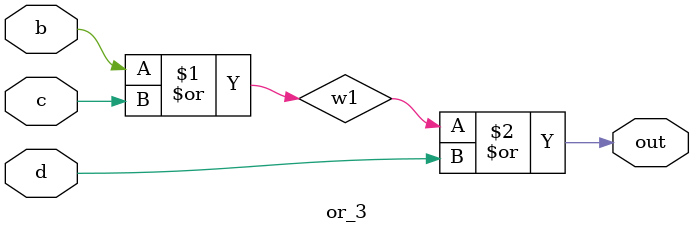
<source format=v>
module or_3(output out, input b, input c, input d);
    wire w1;
    or (w1, b, c);
    or (out, w1, d);
endmodule

</source>
